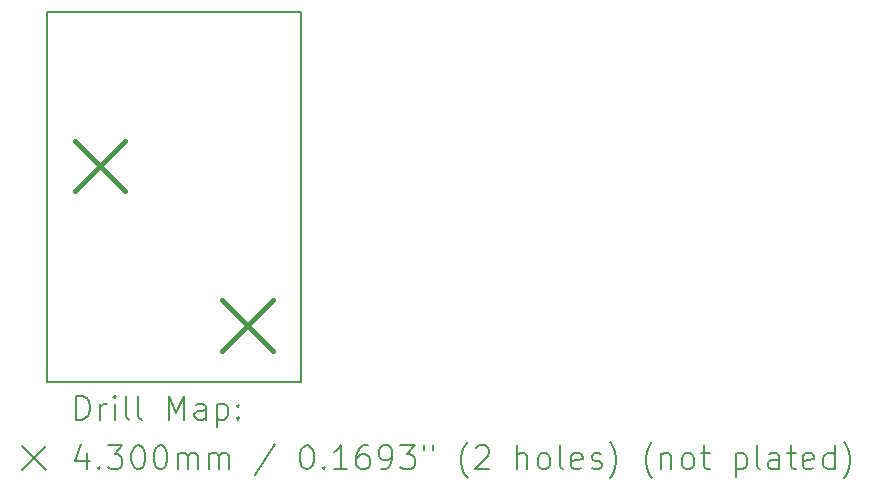
<source format=gbr>
%TF.GenerationSoftware,KiCad,Pcbnew,8.0.6*%
%TF.CreationDate,2025-02-12T13:55:54-05:00*%
%TF.ProjectId,module led,6d6f6475-6c65-4206-9c65-642e6b696361,rev?*%
%TF.SameCoordinates,Original*%
%TF.FileFunction,Drillmap*%
%TF.FilePolarity,Positive*%
%FSLAX45Y45*%
G04 Gerber Fmt 4.5, Leading zero omitted, Abs format (unit mm)*
G04 Created by KiCad (PCBNEW 8.0.6) date 2025-02-12 13:55:54*
%MOMM*%
%LPD*%
G01*
G04 APERTURE LIST*
%ADD10C,0.200000*%
%ADD11C,0.430000*%
G04 APERTURE END LIST*
D10*
X8900000Y-8050000D02*
X11050000Y-8050000D01*
X11050000Y-11175000D01*
X8900000Y-11175000D01*
X8900000Y-8050000D01*
D11*
X9135000Y-9135000D02*
X9565000Y-9565000D01*
X9565000Y-9135000D02*
X9135000Y-9565000D01*
X10385000Y-10485000D02*
X10815000Y-10915000D01*
X10815000Y-10485000D02*
X10385000Y-10915000D01*
D10*
X9150777Y-11496484D02*
X9150777Y-11296484D01*
X9150777Y-11296484D02*
X9198396Y-11296484D01*
X9198396Y-11296484D02*
X9226967Y-11306008D01*
X9226967Y-11306008D02*
X9246015Y-11325055D01*
X9246015Y-11325055D02*
X9255539Y-11344103D01*
X9255539Y-11344103D02*
X9265063Y-11382198D01*
X9265063Y-11382198D02*
X9265063Y-11410769D01*
X9265063Y-11410769D02*
X9255539Y-11448865D01*
X9255539Y-11448865D02*
X9246015Y-11467912D01*
X9246015Y-11467912D02*
X9226967Y-11486960D01*
X9226967Y-11486960D02*
X9198396Y-11496484D01*
X9198396Y-11496484D02*
X9150777Y-11496484D01*
X9350777Y-11496484D02*
X9350777Y-11363150D01*
X9350777Y-11401246D02*
X9360301Y-11382198D01*
X9360301Y-11382198D02*
X9369824Y-11372674D01*
X9369824Y-11372674D02*
X9388872Y-11363150D01*
X9388872Y-11363150D02*
X9407920Y-11363150D01*
X9474586Y-11496484D02*
X9474586Y-11363150D01*
X9474586Y-11296484D02*
X9465063Y-11306008D01*
X9465063Y-11306008D02*
X9474586Y-11315531D01*
X9474586Y-11315531D02*
X9484110Y-11306008D01*
X9484110Y-11306008D02*
X9474586Y-11296484D01*
X9474586Y-11296484D02*
X9474586Y-11315531D01*
X9598396Y-11496484D02*
X9579348Y-11486960D01*
X9579348Y-11486960D02*
X9569824Y-11467912D01*
X9569824Y-11467912D02*
X9569824Y-11296484D01*
X9703158Y-11496484D02*
X9684110Y-11486960D01*
X9684110Y-11486960D02*
X9674586Y-11467912D01*
X9674586Y-11467912D02*
X9674586Y-11296484D01*
X9931729Y-11496484D02*
X9931729Y-11296484D01*
X9931729Y-11296484D02*
X9998396Y-11439341D01*
X9998396Y-11439341D02*
X10065063Y-11296484D01*
X10065063Y-11296484D02*
X10065063Y-11496484D01*
X10246015Y-11496484D02*
X10246015Y-11391722D01*
X10246015Y-11391722D02*
X10236491Y-11372674D01*
X10236491Y-11372674D02*
X10217444Y-11363150D01*
X10217444Y-11363150D02*
X10179348Y-11363150D01*
X10179348Y-11363150D02*
X10160301Y-11372674D01*
X10246015Y-11486960D02*
X10226967Y-11496484D01*
X10226967Y-11496484D02*
X10179348Y-11496484D01*
X10179348Y-11496484D02*
X10160301Y-11486960D01*
X10160301Y-11486960D02*
X10150777Y-11467912D01*
X10150777Y-11467912D02*
X10150777Y-11448865D01*
X10150777Y-11448865D02*
X10160301Y-11429817D01*
X10160301Y-11429817D02*
X10179348Y-11420293D01*
X10179348Y-11420293D02*
X10226967Y-11420293D01*
X10226967Y-11420293D02*
X10246015Y-11410769D01*
X10341253Y-11363150D02*
X10341253Y-11563150D01*
X10341253Y-11372674D02*
X10360301Y-11363150D01*
X10360301Y-11363150D02*
X10398396Y-11363150D01*
X10398396Y-11363150D02*
X10417444Y-11372674D01*
X10417444Y-11372674D02*
X10426967Y-11382198D01*
X10426967Y-11382198D02*
X10436491Y-11401246D01*
X10436491Y-11401246D02*
X10436491Y-11458388D01*
X10436491Y-11458388D02*
X10426967Y-11477436D01*
X10426967Y-11477436D02*
X10417444Y-11486960D01*
X10417444Y-11486960D02*
X10398396Y-11496484D01*
X10398396Y-11496484D02*
X10360301Y-11496484D01*
X10360301Y-11496484D02*
X10341253Y-11486960D01*
X10522205Y-11477436D02*
X10531729Y-11486960D01*
X10531729Y-11486960D02*
X10522205Y-11496484D01*
X10522205Y-11496484D02*
X10512682Y-11486960D01*
X10512682Y-11486960D02*
X10522205Y-11477436D01*
X10522205Y-11477436D02*
X10522205Y-11496484D01*
X10522205Y-11372674D02*
X10531729Y-11382198D01*
X10531729Y-11382198D02*
X10522205Y-11391722D01*
X10522205Y-11391722D02*
X10512682Y-11382198D01*
X10512682Y-11382198D02*
X10522205Y-11372674D01*
X10522205Y-11372674D02*
X10522205Y-11391722D01*
X8690000Y-11725000D02*
X8890000Y-11925000D01*
X8890000Y-11725000D02*
X8690000Y-11925000D01*
X9236491Y-11783150D02*
X9236491Y-11916484D01*
X9188872Y-11706960D02*
X9141253Y-11849817D01*
X9141253Y-11849817D02*
X9265063Y-11849817D01*
X9341253Y-11897436D02*
X9350777Y-11906960D01*
X9350777Y-11906960D02*
X9341253Y-11916484D01*
X9341253Y-11916484D02*
X9331729Y-11906960D01*
X9331729Y-11906960D02*
X9341253Y-11897436D01*
X9341253Y-11897436D02*
X9341253Y-11916484D01*
X9417444Y-11716484D02*
X9541253Y-11716484D01*
X9541253Y-11716484D02*
X9474586Y-11792674D01*
X9474586Y-11792674D02*
X9503158Y-11792674D01*
X9503158Y-11792674D02*
X9522205Y-11802198D01*
X9522205Y-11802198D02*
X9531729Y-11811722D01*
X9531729Y-11811722D02*
X9541253Y-11830769D01*
X9541253Y-11830769D02*
X9541253Y-11878388D01*
X9541253Y-11878388D02*
X9531729Y-11897436D01*
X9531729Y-11897436D02*
X9522205Y-11906960D01*
X9522205Y-11906960D02*
X9503158Y-11916484D01*
X9503158Y-11916484D02*
X9446015Y-11916484D01*
X9446015Y-11916484D02*
X9426967Y-11906960D01*
X9426967Y-11906960D02*
X9417444Y-11897436D01*
X9665063Y-11716484D02*
X9684110Y-11716484D01*
X9684110Y-11716484D02*
X9703158Y-11726008D01*
X9703158Y-11726008D02*
X9712682Y-11735531D01*
X9712682Y-11735531D02*
X9722205Y-11754579D01*
X9722205Y-11754579D02*
X9731729Y-11792674D01*
X9731729Y-11792674D02*
X9731729Y-11840293D01*
X9731729Y-11840293D02*
X9722205Y-11878388D01*
X9722205Y-11878388D02*
X9712682Y-11897436D01*
X9712682Y-11897436D02*
X9703158Y-11906960D01*
X9703158Y-11906960D02*
X9684110Y-11916484D01*
X9684110Y-11916484D02*
X9665063Y-11916484D01*
X9665063Y-11916484D02*
X9646015Y-11906960D01*
X9646015Y-11906960D02*
X9636491Y-11897436D01*
X9636491Y-11897436D02*
X9626967Y-11878388D01*
X9626967Y-11878388D02*
X9617444Y-11840293D01*
X9617444Y-11840293D02*
X9617444Y-11792674D01*
X9617444Y-11792674D02*
X9626967Y-11754579D01*
X9626967Y-11754579D02*
X9636491Y-11735531D01*
X9636491Y-11735531D02*
X9646015Y-11726008D01*
X9646015Y-11726008D02*
X9665063Y-11716484D01*
X9855539Y-11716484D02*
X9874586Y-11716484D01*
X9874586Y-11716484D02*
X9893634Y-11726008D01*
X9893634Y-11726008D02*
X9903158Y-11735531D01*
X9903158Y-11735531D02*
X9912682Y-11754579D01*
X9912682Y-11754579D02*
X9922205Y-11792674D01*
X9922205Y-11792674D02*
X9922205Y-11840293D01*
X9922205Y-11840293D02*
X9912682Y-11878388D01*
X9912682Y-11878388D02*
X9903158Y-11897436D01*
X9903158Y-11897436D02*
X9893634Y-11906960D01*
X9893634Y-11906960D02*
X9874586Y-11916484D01*
X9874586Y-11916484D02*
X9855539Y-11916484D01*
X9855539Y-11916484D02*
X9836491Y-11906960D01*
X9836491Y-11906960D02*
X9826967Y-11897436D01*
X9826967Y-11897436D02*
X9817444Y-11878388D01*
X9817444Y-11878388D02*
X9807920Y-11840293D01*
X9807920Y-11840293D02*
X9807920Y-11792674D01*
X9807920Y-11792674D02*
X9817444Y-11754579D01*
X9817444Y-11754579D02*
X9826967Y-11735531D01*
X9826967Y-11735531D02*
X9836491Y-11726008D01*
X9836491Y-11726008D02*
X9855539Y-11716484D01*
X10007920Y-11916484D02*
X10007920Y-11783150D01*
X10007920Y-11802198D02*
X10017444Y-11792674D01*
X10017444Y-11792674D02*
X10036491Y-11783150D01*
X10036491Y-11783150D02*
X10065063Y-11783150D01*
X10065063Y-11783150D02*
X10084110Y-11792674D01*
X10084110Y-11792674D02*
X10093634Y-11811722D01*
X10093634Y-11811722D02*
X10093634Y-11916484D01*
X10093634Y-11811722D02*
X10103158Y-11792674D01*
X10103158Y-11792674D02*
X10122205Y-11783150D01*
X10122205Y-11783150D02*
X10150777Y-11783150D01*
X10150777Y-11783150D02*
X10169825Y-11792674D01*
X10169825Y-11792674D02*
X10179348Y-11811722D01*
X10179348Y-11811722D02*
X10179348Y-11916484D01*
X10274586Y-11916484D02*
X10274586Y-11783150D01*
X10274586Y-11802198D02*
X10284110Y-11792674D01*
X10284110Y-11792674D02*
X10303158Y-11783150D01*
X10303158Y-11783150D02*
X10331729Y-11783150D01*
X10331729Y-11783150D02*
X10350777Y-11792674D01*
X10350777Y-11792674D02*
X10360301Y-11811722D01*
X10360301Y-11811722D02*
X10360301Y-11916484D01*
X10360301Y-11811722D02*
X10369825Y-11792674D01*
X10369825Y-11792674D02*
X10388872Y-11783150D01*
X10388872Y-11783150D02*
X10417444Y-11783150D01*
X10417444Y-11783150D02*
X10436491Y-11792674D01*
X10436491Y-11792674D02*
X10446015Y-11811722D01*
X10446015Y-11811722D02*
X10446015Y-11916484D01*
X10836491Y-11706960D02*
X10665063Y-11964103D01*
X11093634Y-11716484D02*
X11112682Y-11716484D01*
X11112682Y-11716484D02*
X11131729Y-11726008D01*
X11131729Y-11726008D02*
X11141253Y-11735531D01*
X11141253Y-11735531D02*
X11150777Y-11754579D01*
X11150777Y-11754579D02*
X11160301Y-11792674D01*
X11160301Y-11792674D02*
X11160301Y-11840293D01*
X11160301Y-11840293D02*
X11150777Y-11878388D01*
X11150777Y-11878388D02*
X11141253Y-11897436D01*
X11141253Y-11897436D02*
X11131729Y-11906960D01*
X11131729Y-11906960D02*
X11112682Y-11916484D01*
X11112682Y-11916484D02*
X11093634Y-11916484D01*
X11093634Y-11916484D02*
X11074587Y-11906960D01*
X11074587Y-11906960D02*
X11065063Y-11897436D01*
X11065063Y-11897436D02*
X11055539Y-11878388D01*
X11055539Y-11878388D02*
X11046015Y-11840293D01*
X11046015Y-11840293D02*
X11046015Y-11792674D01*
X11046015Y-11792674D02*
X11055539Y-11754579D01*
X11055539Y-11754579D02*
X11065063Y-11735531D01*
X11065063Y-11735531D02*
X11074587Y-11726008D01*
X11074587Y-11726008D02*
X11093634Y-11716484D01*
X11246015Y-11897436D02*
X11255539Y-11906960D01*
X11255539Y-11906960D02*
X11246015Y-11916484D01*
X11246015Y-11916484D02*
X11236491Y-11906960D01*
X11236491Y-11906960D02*
X11246015Y-11897436D01*
X11246015Y-11897436D02*
X11246015Y-11916484D01*
X11446015Y-11916484D02*
X11331729Y-11916484D01*
X11388872Y-11916484D02*
X11388872Y-11716484D01*
X11388872Y-11716484D02*
X11369825Y-11745055D01*
X11369825Y-11745055D02*
X11350777Y-11764103D01*
X11350777Y-11764103D02*
X11331729Y-11773627D01*
X11617444Y-11716484D02*
X11579348Y-11716484D01*
X11579348Y-11716484D02*
X11560301Y-11726008D01*
X11560301Y-11726008D02*
X11550777Y-11735531D01*
X11550777Y-11735531D02*
X11531729Y-11764103D01*
X11531729Y-11764103D02*
X11522206Y-11802198D01*
X11522206Y-11802198D02*
X11522206Y-11878388D01*
X11522206Y-11878388D02*
X11531729Y-11897436D01*
X11531729Y-11897436D02*
X11541253Y-11906960D01*
X11541253Y-11906960D02*
X11560301Y-11916484D01*
X11560301Y-11916484D02*
X11598396Y-11916484D01*
X11598396Y-11916484D02*
X11617444Y-11906960D01*
X11617444Y-11906960D02*
X11626967Y-11897436D01*
X11626967Y-11897436D02*
X11636491Y-11878388D01*
X11636491Y-11878388D02*
X11636491Y-11830769D01*
X11636491Y-11830769D02*
X11626967Y-11811722D01*
X11626967Y-11811722D02*
X11617444Y-11802198D01*
X11617444Y-11802198D02*
X11598396Y-11792674D01*
X11598396Y-11792674D02*
X11560301Y-11792674D01*
X11560301Y-11792674D02*
X11541253Y-11802198D01*
X11541253Y-11802198D02*
X11531729Y-11811722D01*
X11531729Y-11811722D02*
X11522206Y-11830769D01*
X11731729Y-11916484D02*
X11769825Y-11916484D01*
X11769825Y-11916484D02*
X11788872Y-11906960D01*
X11788872Y-11906960D02*
X11798396Y-11897436D01*
X11798396Y-11897436D02*
X11817444Y-11868865D01*
X11817444Y-11868865D02*
X11826967Y-11830769D01*
X11826967Y-11830769D02*
X11826967Y-11754579D01*
X11826967Y-11754579D02*
X11817444Y-11735531D01*
X11817444Y-11735531D02*
X11807920Y-11726008D01*
X11807920Y-11726008D02*
X11788872Y-11716484D01*
X11788872Y-11716484D02*
X11750777Y-11716484D01*
X11750777Y-11716484D02*
X11731729Y-11726008D01*
X11731729Y-11726008D02*
X11722206Y-11735531D01*
X11722206Y-11735531D02*
X11712682Y-11754579D01*
X11712682Y-11754579D02*
X11712682Y-11802198D01*
X11712682Y-11802198D02*
X11722206Y-11821246D01*
X11722206Y-11821246D02*
X11731729Y-11830769D01*
X11731729Y-11830769D02*
X11750777Y-11840293D01*
X11750777Y-11840293D02*
X11788872Y-11840293D01*
X11788872Y-11840293D02*
X11807920Y-11830769D01*
X11807920Y-11830769D02*
X11817444Y-11821246D01*
X11817444Y-11821246D02*
X11826967Y-11802198D01*
X11893634Y-11716484D02*
X12017444Y-11716484D01*
X12017444Y-11716484D02*
X11950777Y-11792674D01*
X11950777Y-11792674D02*
X11979348Y-11792674D01*
X11979348Y-11792674D02*
X11998396Y-11802198D01*
X11998396Y-11802198D02*
X12007920Y-11811722D01*
X12007920Y-11811722D02*
X12017444Y-11830769D01*
X12017444Y-11830769D02*
X12017444Y-11878388D01*
X12017444Y-11878388D02*
X12007920Y-11897436D01*
X12007920Y-11897436D02*
X11998396Y-11906960D01*
X11998396Y-11906960D02*
X11979348Y-11916484D01*
X11979348Y-11916484D02*
X11922206Y-11916484D01*
X11922206Y-11916484D02*
X11903158Y-11906960D01*
X11903158Y-11906960D02*
X11893634Y-11897436D01*
X12093634Y-11716484D02*
X12093634Y-11754579D01*
X12169825Y-11716484D02*
X12169825Y-11754579D01*
X12465063Y-11992674D02*
X12455539Y-11983150D01*
X12455539Y-11983150D02*
X12436491Y-11954579D01*
X12436491Y-11954579D02*
X12426968Y-11935531D01*
X12426968Y-11935531D02*
X12417444Y-11906960D01*
X12417444Y-11906960D02*
X12407920Y-11859341D01*
X12407920Y-11859341D02*
X12407920Y-11821246D01*
X12407920Y-11821246D02*
X12417444Y-11773627D01*
X12417444Y-11773627D02*
X12426968Y-11745055D01*
X12426968Y-11745055D02*
X12436491Y-11726008D01*
X12436491Y-11726008D02*
X12455539Y-11697436D01*
X12455539Y-11697436D02*
X12465063Y-11687912D01*
X12531729Y-11735531D02*
X12541253Y-11726008D01*
X12541253Y-11726008D02*
X12560301Y-11716484D01*
X12560301Y-11716484D02*
X12607920Y-11716484D01*
X12607920Y-11716484D02*
X12626968Y-11726008D01*
X12626968Y-11726008D02*
X12636491Y-11735531D01*
X12636491Y-11735531D02*
X12646015Y-11754579D01*
X12646015Y-11754579D02*
X12646015Y-11773627D01*
X12646015Y-11773627D02*
X12636491Y-11802198D01*
X12636491Y-11802198D02*
X12522206Y-11916484D01*
X12522206Y-11916484D02*
X12646015Y-11916484D01*
X12884110Y-11916484D02*
X12884110Y-11716484D01*
X12969825Y-11916484D02*
X12969825Y-11811722D01*
X12969825Y-11811722D02*
X12960301Y-11792674D01*
X12960301Y-11792674D02*
X12941253Y-11783150D01*
X12941253Y-11783150D02*
X12912682Y-11783150D01*
X12912682Y-11783150D02*
X12893634Y-11792674D01*
X12893634Y-11792674D02*
X12884110Y-11802198D01*
X13093634Y-11916484D02*
X13074587Y-11906960D01*
X13074587Y-11906960D02*
X13065063Y-11897436D01*
X13065063Y-11897436D02*
X13055539Y-11878388D01*
X13055539Y-11878388D02*
X13055539Y-11821246D01*
X13055539Y-11821246D02*
X13065063Y-11802198D01*
X13065063Y-11802198D02*
X13074587Y-11792674D01*
X13074587Y-11792674D02*
X13093634Y-11783150D01*
X13093634Y-11783150D02*
X13122206Y-11783150D01*
X13122206Y-11783150D02*
X13141253Y-11792674D01*
X13141253Y-11792674D02*
X13150777Y-11802198D01*
X13150777Y-11802198D02*
X13160301Y-11821246D01*
X13160301Y-11821246D02*
X13160301Y-11878388D01*
X13160301Y-11878388D02*
X13150777Y-11897436D01*
X13150777Y-11897436D02*
X13141253Y-11906960D01*
X13141253Y-11906960D02*
X13122206Y-11916484D01*
X13122206Y-11916484D02*
X13093634Y-11916484D01*
X13274587Y-11916484D02*
X13255539Y-11906960D01*
X13255539Y-11906960D02*
X13246015Y-11887912D01*
X13246015Y-11887912D02*
X13246015Y-11716484D01*
X13426968Y-11906960D02*
X13407920Y-11916484D01*
X13407920Y-11916484D02*
X13369825Y-11916484D01*
X13369825Y-11916484D02*
X13350777Y-11906960D01*
X13350777Y-11906960D02*
X13341253Y-11887912D01*
X13341253Y-11887912D02*
X13341253Y-11811722D01*
X13341253Y-11811722D02*
X13350777Y-11792674D01*
X13350777Y-11792674D02*
X13369825Y-11783150D01*
X13369825Y-11783150D02*
X13407920Y-11783150D01*
X13407920Y-11783150D02*
X13426968Y-11792674D01*
X13426968Y-11792674D02*
X13436491Y-11811722D01*
X13436491Y-11811722D02*
X13436491Y-11830769D01*
X13436491Y-11830769D02*
X13341253Y-11849817D01*
X13512682Y-11906960D02*
X13531730Y-11916484D01*
X13531730Y-11916484D02*
X13569825Y-11916484D01*
X13569825Y-11916484D02*
X13588872Y-11906960D01*
X13588872Y-11906960D02*
X13598396Y-11887912D01*
X13598396Y-11887912D02*
X13598396Y-11878388D01*
X13598396Y-11878388D02*
X13588872Y-11859341D01*
X13588872Y-11859341D02*
X13569825Y-11849817D01*
X13569825Y-11849817D02*
X13541253Y-11849817D01*
X13541253Y-11849817D02*
X13522206Y-11840293D01*
X13522206Y-11840293D02*
X13512682Y-11821246D01*
X13512682Y-11821246D02*
X13512682Y-11811722D01*
X13512682Y-11811722D02*
X13522206Y-11792674D01*
X13522206Y-11792674D02*
X13541253Y-11783150D01*
X13541253Y-11783150D02*
X13569825Y-11783150D01*
X13569825Y-11783150D02*
X13588872Y-11792674D01*
X13665063Y-11992674D02*
X13674587Y-11983150D01*
X13674587Y-11983150D02*
X13693634Y-11954579D01*
X13693634Y-11954579D02*
X13703158Y-11935531D01*
X13703158Y-11935531D02*
X13712682Y-11906960D01*
X13712682Y-11906960D02*
X13722206Y-11859341D01*
X13722206Y-11859341D02*
X13722206Y-11821246D01*
X13722206Y-11821246D02*
X13712682Y-11773627D01*
X13712682Y-11773627D02*
X13703158Y-11745055D01*
X13703158Y-11745055D02*
X13693634Y-11726008D01*
X13693634Y-11726008D02*
X13674587Y-11697436D01*
X13674587Y-11697436D02*
X13665063Y-11687912D01*
X14026968Y-11992674D02*
X14017444Y-11983150D01*
X14017444Y-11983150D02*
X13998396Y-11954579D01*
X13998396Y-11954579D02*
X13988872Y-11935531D01*
X13988872Y-11935531D02*
X13979349Y-11906960D01*
X13979349Y-11906960D02*
X13969825Y-11859341D01*
X13969825Y-11859341D02*
X13969825Y-11821246D01*
X13969825Y-11821246D02*
X13979349Y-11773627D01*
X13979349Y-11773627D02*
X13988872Y-11745055D01*
X13988872Y-11745055D02*
X13998396Y-11726008D01*
X13998396Y-11726008D02*
X14017444Y-11697436D01*
X14017444Y-11697436D02*
X14026968Y-11687912D01*
X14103158Y-11783150D02*
X14103158Y-11916484D01*
X14103158Y-11802198D02*
X14112682Y-11792674D01*
X14112682Y-11792674D02*
X14131730Y-11783150D01*
X14131730Y-11783150D02*
X14160301Y-11783150D01*
X14160301Y-11783150D02*
X14179349Y-11792674D01*
X14179349Y-11792674D02*
X14188872Y-11811722D01*
X14188872Y-11811722D02*
X14188872Y-11916484D01*
X14312682Y-11916484D02*
X14293634Y-11906960D01*
X14293634Y-11906960D02*
X14284111Y-11897436D01*
X14284111Y-11897436D02*
X14274587Y-11878388D01*
X14274587Y-11878388D02*
X14274587Y-11821246D01*
X14274587Y-11821246D02*
X14284111Y-11802198D01*
X14284111Y-11802198D02*
X14293634Y-11792674D01*
X14293634Y-11792674D02*
X14312682Y-11783150D01*
X14312682Y-11783150D02*
X14341253Y-11783150D01*
X14341253Y-11783150D02*
X14360301Y-11792674D01*
X14360301Y-11792674D02*
X14369825Y-11802198D01*
X14369825Y-11802198D02*
X14379349Y-11821246D01*
X14379349Y-11821246D02*
X14379349Y-11878388D01*
X14379349Y-11878388D02*
X14369825Y-11897436D01*
X14369825Y-11897436D02*
X14360301Y-11906960D01*
X14360301Y-11906960D02*
X14341253Y-11916484D01*
X14341253Y-11916484D02*
X14312682Y-11916484D01*
X14436492Y-11783150D02*
X14512682Y-11783150D01*
X14465063Y-11716484D02*
X14465063Y-11887912D01*
X14465063Y-11887912D02*
X14474587Y-11906960D01*
X14474587Y-11906960D02*
X14493634Y-11916484D01*
X14493634Y-11916484D02*
X14512682Y-11916484D01*
X14731730Y-11783150D02*
X14731730Y-11983150D01*
X14731730Y-11792674D02*
X14750777Y-11783150D01*
X14750777Y-11783150D02*
X14788873Y-11783150D01*
X14788873Y-11783150D02*
X14807920Y-11792674D01*
X14807920Y-11792674D02*
X14817444Y-11802198D01*
X14817444Y-11802198D02*
X14826968Y-11821246D01*
X14826968Y-11821246D02*
X14826968Y-11878388D01*
X14826968Y-11878388D02*
X14817444Y-11897436D01*
X14817444Y-11897436D02*
X14807920Y-11906960D01*
X14807920Y-11906960D02*
X14788873Y-11916484D01*
X14788873Y-11916484D02*
X14750777Y-11916484D01*
X14750777Y-11916484D02*
X14731730Y-11906960D01*
X14941253Y-11916484D02*
X14922206Y-11906960D01*
X14922206Y-11906960D02*
X14912682Y-11887912D01*
X14912682Y-11887912D02*
X14912682Y-11716484D01*
X15103158Y-11916484D02*
X15103158Y-11811722D01*
X15103158Y-11811722D02*
X15093634Y-11792674D01*
X15093634Y-11792674D02*
X15074587Y-11783150D01*
X15074587Y-11783150D02*
X15036492Y-11783150D01*
X15036492Y-11783150D02*
X15017444Y-11792674D01*
X15103158Y-11906960D02*
X15084111Y-11916484D01*
X15084111Y-11916484D02*
X15036492Y-11916484D01*
X15036492Y-11916484D02*
X15017444Y-11906960D01*
X15017444Y-11906960D02*
X15007920Y-11887912D01*
X15007920Y-11887912D02*
X15007920Y-11868865D01*
X15007920Y-11868865D02*
X15017444Y-11849817D01*
X15017444Y-11849817D02*
X15036492Y-11840293D01*
X15036492Y-11840293D02*
X15084111Y-11840293D01*
X15084111Y-11840293D02*
X15103158Y-11830769D01*
X15169825Y-11783150D02*
X15246015Y-11783150D01*
X15198396Y-11716484D02*
X15198396Y-11887912D01*
X15198396Y-11887912D02*
X15207920Y-11906960D01*
X15207920Y-11906960D02*
X15226968Y-11916484D01*
X15226968Y-11916484D02*
X15246015Y-11916484D01*
X15388873Y-11906960D02*
X15369825Y-11916484D01*
X15369825Y-11916484D02*
X15331730Y-11916484D01*
X15331730Y-11916484D02*
X15312682Y-11906960D01*
X15312682Y-11906960D02*
X15303158Y-11887912D01*
X15303158Y-11887912D02*
X15303158Y-11811722D01*
X15303158Y-11811722D02*
X15312682Y-11792674D01*
X15312682Y-11792674D02*
X15331730Y-11783150D01*
X15331730Y-11783150D02*
X15369825Y-11783150D01*
X15369825Y-11783150D02*
X15388873Y-11792674D01*
X15388873Y-11792674D02*
X15398396Y-11811722D01*
X15398396Y-11811722D02*
X15398396Y-11830769D01*
X15398396Y-11830769D02*
X15303158Y-11849817D01*
X15569825Y-11916484D02*
X15569825Y-11716484D01*
X15569825Y-11906960D02*
X15550777Y-11916484D01*
X15550777Y-11916484D02*
X15512682Y-11916484D01*
X15512682Y-11916484D02*
X15493634Y-11906960D01*
X15493634Y-11906960D02*
X15484111Y-11897436D01*
X15484111Y-11897436D02*
X15474587Y-11878388D01*
X15474587Y-11878388D02*
X15474587Y-11821246D01*
X15474587Y-11821246D02*
X15484111Y-11802198D01*
X15484111Y-11802198D02*
X15493634Y-11792674D01*
X15493634Y-11792674D02*
X15512682Y-11783150D01*
X15512682Y-11783150D02*
X15550777Y-11783150D01*
X15550777Y-11783150D02*
X15569825Y-11792674D01*
X15646015Y-11992674D02*
X15655539Y-11983150D01*
X15655539Y-11983150D02*
X15674587Y-11954579D01*
X15674587Y-11954579D02*
X15684111Y-11935531D01*
X15684111Y-11935531D02*
X15693634Y-11906960D01*
X15693634Y-11906960D02*
X15703158Y-11859341D01*
X15703158Y-11859341D02*
X15703158Y-11821246D01*
X15703158Y-11821246D02*
X15693634Y-11773627D01*
X15693634Y-11773627D02*
X15684111Y-11745055D01*
X15684111Y-11745055D02*
X15674587Y-11726008D01*
X15674587Y-11726008D02*
X15655539Y-11697436D01*
X15655539Y-11697436D02*
X15646015Y-11687912D01*
M02*

</source>
